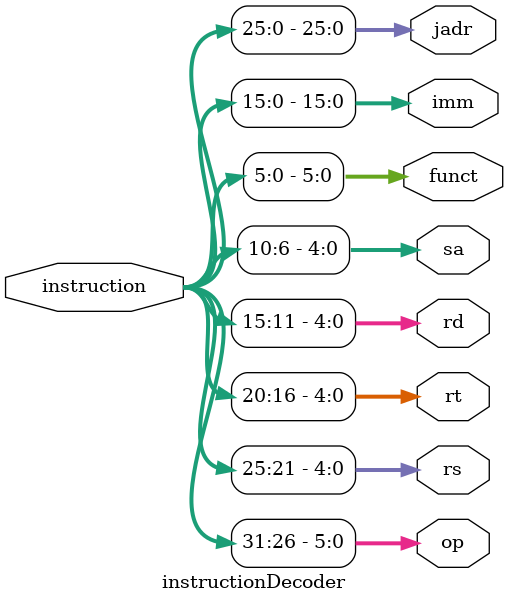
<source format=v>
`ifndef __INSTRUCTIONDECODER_V__
`define __INSTRUCTIONDECODER_V__
module instructionDecoder
(
	input [31:0] instruction,
	output [5:0] op,
	output [4:0] rs,
	output [4:0] rt,
	output [4:0] rd,
	output [4:0] sa,
	output [5:0] funct,
	output [15:0] imm,
	output [25:0] jadr
);
	assign op = instruction[31:26];
	assign rs = instruction[25:21];
	assign rt = instruction[20:16];
	assign rd = instruction[15:11];
	assign sa = instruction[10:6];
	assign funct = instruction[5:0];
	assign imm = instruction[15:0];
	assign jadr = instruction[25:0];

endmodule
`endif

</source>
